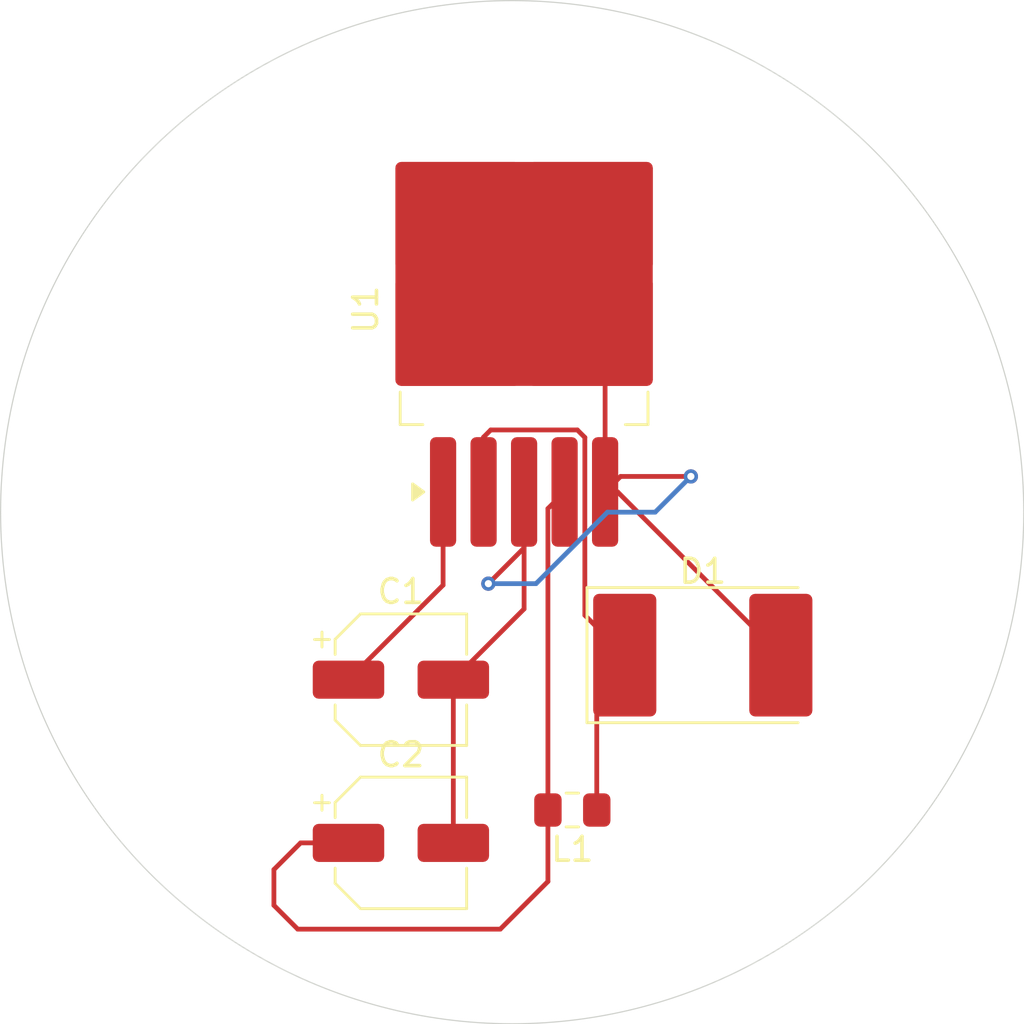
<source format=kicad_pcb>
(kicad_pcb (version 20241229) (generator "pcbnew") (generator_version "9.0")
  (layers (0 "F.Cu" signal) (2 "B.Cu" signal) (13 "F.Paste" user) (15 "B.Paste" user) (5 "F.SilkS" user "F.Silkscreen") (7 "B.SilkS" user "B.Silkscreen") (1 "F.Mask" user) (3 "B.Mask" user) (25 "Edge.Cuts" user))
  (net 0 "")
  (net 1 "GND")
  (net 2 "+12V")
  (net 3 "Net-(U1-FB)")
  (net 4 "Net-(D1-K)")
  (footprint "Capacitor_SMD:CP_Elec_5x3" (layer "F.Cu") (at 136.33 98.38)
    (property "Reference" "C2" (at 0 -3.7 0) (layer "F.SilkS"))
    (property "Value" "C_Polarized")
    (fp_line (start -3.625 -1.685) (end -3 -1.685) (stroke (width 0.12)) (layer "F.SilkS"))
    (fp_line (start -3.3125 -1.9975) (end -3.3125 -1.3725) (stroke (width 0.12)) (layer "F.SilkS"))
    (fp_line (start -2.76 -1.695563) (end -2.76 -1.06) (stroke (width 0.12)) (layer "F.SilkS"))
    (fp_line (start -2.76 -1.695563) (end -1.695563 -2.76) (stroke (width 0.12)) (layer "F.SilkS"))
    (fp_line (start -2.76 1.695563) (end -2.76 1.06) (stroke (width 0.12)) (layer "F.SilkS"))
    (fp_line (start -2.76 1.695563) (end -1.695563 2.76) (stroke (width 0.12)) (layer "F.SilkS"))
    (fp_line (start -1.695563 -2.76) (end 2.76 -2.76) (stroke (width 0.12)) (layer "F.SilkS"))
    (fp_line (start -1.695563 2.76) (end 2.76 2.76) (stroke (width 0.12)) (layer "F.SilkS"))
    (fp_line (start 2.76 -2.76) (end 2.76 -1.06) (stroke (width 0.12)) (layer "F.SilkS"))
    (fp_line (start 2.76 2.76) (end 2.76 1.06) (stroke (width 0.12)) (layer "F.SilkS"))
    (pad "1" smd roundrect (at -2.2 0) (size 3 1.6) (layers "F.Cu" "F.Mask" "F.Paste") (roundrect_rratio 0.15625) (net 3 "Net-(U1-FB)"))
    (pad "2" smd roundrect (at 2.2 0) (size 3 1.6) (layers "F.Cu" "F.Mask" "F.Paste") (roundrect_rratio 0.15625) (net 1 "GND"))
  )
  (footprint "Package_TO_SOT_SMD:TO-263-5_TabPin3" (layer "F.Cu") (at 141.5 76 90)
    (property "Reference" "U1" (at 0 -6.65 90) (layer "F.SilkS"))
    (property "Value" "LM2596S-12")
    (fp_line (start -3.46 -5.2) (end -4.825 -5.2) (stroke (width 0.12)) (layer "F.SilkS"))
    (fp_line (start -4.825 -5.2) (end -4.825 -4.25) (stroke (width 0.12)) (layer "F.SilkS"))
    (fp_line (start -3.46 5.2) (end -4.825 5.2) (stroke (width 0.12)) (layer "F.SilkS"))
    (fp_line (start -4.825 5.2) (end -4.825 4.25) (stroke (width 0.12)) (layer "F.SilkS"))
    (fp_poly (pts (xy -7.65 -4.21) (xy -7.99 -4.68) (xy -7.31 -4.68) (xy -7.65 -4.21)) (stroke (width 0.12)) (fill yes) (layer "F.SilkS"))
    (pad "1" smd roundrect (at -7.65 -3.4 90) (size 4.6 1.1) (layers "F.Cu" "F.Mask" "F.Paste") (roundrect_rratio 0.227273) (net 2 "+12V"))
    (pad "2" smd roundrect (at -7.65 -1.7 90) (size 4.6 1.1) (layers "F.Cu" "F.Mask" "F.Paste") (roundrect_rratio 0.227273) (net 4 "Net-(D1-K)"))
    (pad "3" smd roundrect (at -7.65 0 90) (size 4.6 1.1) (layers "F.Cu" "F.Mask" "F.Paste") (roundrect_rratio 0.227273) (net 1 "GND"))
    (pad "3" smd roundrect (at -0.925 -2.775 90) (size 4.55 5.25) (layers "F.Cu" "F.Paste") (roundrect_rratio 0.054945) (net 1 "GND"))
    (pad "3" smd roundrect (at -0.925 2.775 90) (size 4.55 5.25) (layers "F.Cu" "F.Paste") (roundrect_rratio 0.054945) (net 1 "GND"))
    (pad "3" smd roundrect (at 1.5 0 90) (size 9.4 10.8) (layers "F.Cu" "F.Mask") (roundrect_rratio 0.026596) (net 1 "GND"))
    (pad "3" smd roundrect (at 3.925 -2.775 90) (size 4.55 5.25) (layers "F.Cu" "F.Paste") (roundrect_rratio 0.054945) (net 1 "GND"))
    (pad "3" smd roundrect (at 3.925 2.775 90) (size 4.55 5.25) (layers "F.Cu" "F.Paste") (roundrect_rratio 0.054945) (net 1 "GND"))
    (pad "4" smd roundrect (at -7.65 1.7 90) (size 4.6 1.1) (layers "F.Cu" "F.Mask" "F.Paste") (roundrect_rratio 0.227273) (net 3 "Net-(U1-FB)"))
    (pad "5" smd roundrect (at -7.65 3.4 90) (size 4.6 1.1) (layers "F.Cu" "F.Mask" "F.Paste") (roundrect_rratio 0.227273) (net 1 "GND"))
  )
  (footprint "Diode_SMD:D_3220_8050Metric_Pad2.65x5.15mm_HandSolder" (layer "F.Cu") (at 149 90.5)
    (property "Reference" "D1" (at 0 -3.52 0) (layer "F.SilkS"))
    (property "Value" "1N5822")
    (fp_line (start -4.86 -2.835) (end -4.86 2.835) (stroke (width 0.12)) (layer "F.SilkS"))
    (fp_line (start -4.86 2.835) (end 4 2.835) (stroke (width 0.12)) (layer "F.SilkS"))
    (fp_line (start 4 -2.835) (end -4.86 -2.835) (stroke (width 0.12)) (layer "F.SilkS"))
    (pad "1" smd roundrect (at -3.275 0) (size 2.65 5.15) (layers "F.Cu" "F.Mask" "F.Paste") (roundrect_rratio 0.09434) (net 4 "Net-(D1-K)"))
    (pad "2" smd roundrect (at 3.275 0) (size 2.65 5.15) (layers "F.Cu" "F.Mask" "F.Paste") (roundrect_rratio 0.09434) (net 1 "GND"))
  )
  (footprint "Inductor_SMD:L_0805_2012Metric_Pad1.15x1.40mm_HandSolder" (layer "F.Cu") (at 143.525 97 180)
    (property "Reference" "L1" (at 0 -1.65 0) (layer "F.SilkS"))
    (property "Value" "L")
    (fp_line (start -0.261252 0.71) (end 0.261252 0.71) (stroke (width 0.12)) (layer "F.SilkS"))
    (fp_line (start -0.261252 -0.71) (end 0.261252 -0.71) (stroke (width 0.12)) (layer "F.SilkS"))
    (pad "1" smd roundrect (at -1.025 0 180) (size 1.15 1.4) (layers "F.Cu" "F.Mask" "F.Paste") (roundrect_rratio 0.217391) (net 4 "Net-(D1-K)"))
    (pad "2" smd roundrect (at 1.025 0 180) (size 1.15 1.4) (layers "F.Cu" "F.Mask" "F.Paste") (roundrect_rratio 0.217391) (net 3 "Net-(U1-FB)"))
  )
  (footprint "Capacitor_SMD:CP_Elec_5x3" (layer "F.Cu") (at 136.33 91.53)
    (property "Reference" "C1" (at 0 -3.7 0) (layer "F.SilkS"))
    (property "Value" "C_Polarized")
    (fp_line (start -3.625 -1.685) (end -3 -1.685) (stroke (width 0.12)) (layer "F.SilkS"))
    (fp_line (start -3.3125 -1.9975) (end -3.3125 -1.3725) (stroke (width 0.12)) (layer "F.SilkS"))
    (fp_line (start -2.76 -1.695563) (end -2.76 -1.06) (stroke (width 0.12)) (layer "F.SilkS"))
    (fp_line (start -2.76 -1.695563) (end -1.695563 -2.76) (stroke (width 0.12)) (layer "F.SilkS"))
    (fp_line (start -2.76 1.695563) (end -2.76 1.06) (stroke (width 0.12)) (layer "F.SilkS"))
    (fp_line (start -2.76 1.695563) (end -1.695563 2.76) (stroke (width 0.12)) (layer "F.SilkS"))
    (fp_line (start -1.695563 -2.76) (end 2.76 -2.76) (stroke (width 0.12)) (layer "F.SilkS"))
    (fp_line (start -1.695563 2.76) (end 2.76 2.76) (stroke (width 0.12)) (layer "F.SilkS"))
    (fp_line (start 2.76 -2.76) (end 2.76 -1.06) (stroke (width 0.12)) (layer "F.SilkS"))
    (fp_line (start 2.76 2.76) (end 2.76 1.06) (stroke (width 0.12)) (layer "F.SilkS"))
    (pad "1" smd roundrect (at -2.2 0) (size 3 1.6) (layers "F.Cu" "F.Mask" "F.Paste") (roundrect_rratio 0.15625) (net 2 "+12V"))
    (pad "2" smd roundrect (at 2.2 0) (size 3 1.6) (layers "F.Cu" "F.Mask" "F.Paste") (roundrect_rratio 0.15625) (net 1 "GND"))
  )
  (gr_circle (center 141 84.5) (end 160 94.5) (stroke (width 0.05)) (fill no) (layer "Edge.Cuts"))
  (segment (start 138.53 91.53) (end 141.5 88.56) (width 0.2) (layer "F.Cu") (net 1))
  (segment (start 145.425 83.65) (end 144.9 83.65) (width 0.2) (layer "F.Cu") (net 1))
  (segment (start 152.275 90.5) (end 145.425 83.65) (width 0.2) (layer "F.Cu") (net 1))
  (segment (start 144.9 81.64674) (end 144.9 83.65) (width 0.2) (layer "F.Cu") (net 1))
  (segment (start 145.55 83) (end 144.9 83.65) (width 0.2) (layer "F.Cu") (net 1))
  (segment (start 141.5 83.65) (end 141.5 86) (width 0.2) (layer "F.Cu") (net 1))
  (segment (start 144.9 83.65) (end 144.9 77.55) (width 0.2) (layer "F.Cu") (net 1))
  (segment (start 144.9 77.55) (end 144.275 76.925) (width 0.2) (layer "F.Cu") (net 1))
  (segment (start 138.53 98.38) (end 138.53 91.53) (width 0.2) (layer "F.Cu") (net 1))
  (segment (start 141.5 88.56) (end 141.5 83.65) (width 0.2) (layer "F.Cu") (net 1))
  (segment (start 141.5 83.65) (end 141.5 85.95) (width 0.2) (layer "F.Cu") (net 1))
  (segment (start 141.5 86) (end 140 87.5) (width 0.2) (layer "F.Cu") (net 1))
  (segment (start 148.5 83) (end 145.55 83) (width 0.2) (layer "F.Cu") (net 1))
  (via (at 140 87.5) (size 0.6) (drill 0.3) (layers "F.Cu" "B.Cu") (net 1))
  (via (at 148.5 83) (size 0.6) (drill 0.3) (layers "F.Cu" "B.Cu") (net 1))
  (segment (start 145 84.5) (end 147 84.5) (width 0.2) (layer "B.Cu") (net 1))
  (segment (start 147 84.5) (end 148.5 83) (width 0.2) (layer "B.Cu") (net 1))
  (segment (start 142 87.5) (end 145 84.5) (width 0.2) (layer "B.Cu") (net 1))
  (segment (start 140 87.5) (end 142 87.5) (width 0.2) (layer "B.Cu") (net 1))
  (segment (start 138.1 87.56) (end 138.1 83.65) (width 0.2) (layer "F.Cu") (net 2))
  (segment (start 134.13 91.53) (end 138.1 87.56) (width 0.2) (layer "F.Cu") (net 2))
  (segment (start 142.5 97) (end 142.5 84.35) (width 0.2) (layer "F.Cu") (net 3))
  (segment (start 131 101) (end 132 102) (width 0.2) (layer "F.Cu") (net 3))
  (segment (start 134.13 98.38) (end 132.12 98.38) (width 0.2) (layer "F.Cu") (net 3))
  (segment (start 140.5 102) (end 142.5 100) (width 0.2) (layer "F.Cu") (net 3))
  (segment (start 132.12 98.38) (end 131 99.5) (width 0.2) (layer "F.Cu") (net 3))
  (segment (start 132 102) (end 140.5 102) (width 0.2) (layer "F.Cu") (net 3))
  (segment (start 142.5 100) (end 142.5 97) (width 0.2) (layer "F.Cu") (net 3))
  (segment (start 142.5 84.35) (end 143.2 83.65) (width 0.2) (layer "F.Cu") (net 3))
  (segment (start 131 99.5) (end 131 101) (width 0.2) (layer "F.Cu") (net 3))
  (segment (start 144.55 97) (end 144.55 91.675) (width 0.2) (layer "F.Cu") (net 4))
  (segment (start 139.8 81.35) (end 139.8 83.65) (width 0.2) (layer "F.Cu") (net 4))
  (segment (start 144.55 91.675) (end 145.725 90.5) (width 0.2) (layer "F.Cu") (net 4))
  (segment (start 144.05 81.36384) (end 143.73516 81.049) (width 0.2) (layer "F.Cu") (net 4))
  (segment (start 144.05 88.825) (end 144.05 81.36384) (width 0.2) (layer "F.Cu") (net 4))
  (segment (start 145.725 90.5) (end 144.05 88.825) (width 0.2) (layer "F.Cu") (net 4))
  (segment (start 140.101 81.049) (end 139.8 81.35) (width 0.2) (layer "F.Cu") (net 4))
  (segment (start 143.73516 81.049) (end 140.101 81.049) (width 0.2) (layer "F.Cu") (net 4))
)
</source>
